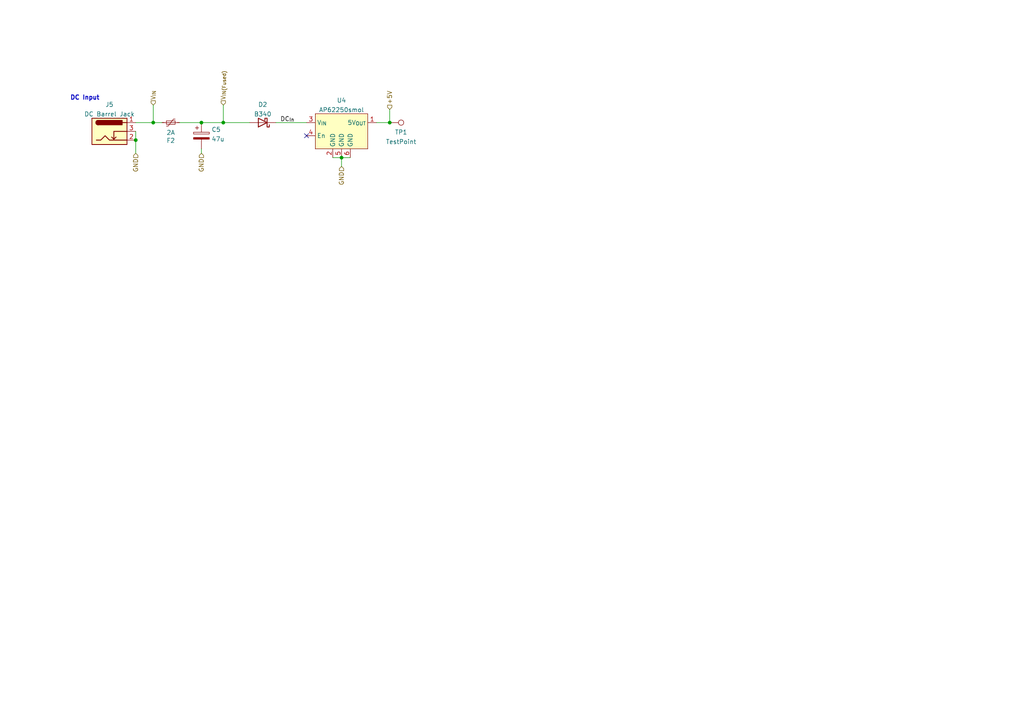
<source format=kicad_sch>
(kicad_sch (version 20211123) (generator eeschema)
  (paper "A4")
  (lib_symbols
    (symbol "Connector:Barrel_Jack_Switch" (pin_names hide)
      (property "Reference" "J" (at 0 5.334 0))
      (property "Value" "Barrel_Jack_Switch" (at 0 -5.08 0))
      (symbol "Barrel_Jack_Switch_0_1"
        (rectangle (start -5.08 3.81) (end 5.08 -3.81) (stroke (width 0.254)) (fill (type background)))
        (arc (start -3.302 3.175) (mid -3.937 2.54) (end -3.302 1.905) (stroke (width 0.254)))
        (arc (start -3.302 3.175) (mid -3.937 2.54) (end -3.302 1.905) (stroke (width 0.254)) (fill (type outline)))
        (polyline (pts (xy 1.27 -2.286) (xy 1.905 -1.651)) (stroke (width 0.254)))
        (polyline (pts (xy 5.08 2.54) (xy 3.81 2.54)) (stroke (width 0.254)))
        (polyline (pts (xy 5.08 0) (xy 1.27 0) (xy 1.27 -2.286) (xy 0.635 -1.651)) (stroke (width 0.254)))
        (polyline (pts (xy -3.81 -2.54) (xy -2.54 -2.54) (xy -1.27 -1.27) (xy 0 -2.54) (xy 2.54 -2.54) (xy 5.08 -2.54)) (stroke (width 0.254)))
        (rectangle (start 3.683 3.175) (end -3.302 1.905) (stroke (width 0.254)) (fill (type outline)))
      )
      (symbol "Barrel_Jack_Switch_1_1"
        (pin passive line (at 7.62 2.54 180) (length 2.54) (name "~") (number "1"))
        (pin passive line (at 7.62 -2.54 180) (length 2.54) (name "~") (number "2"))
        (pin passive line (at 7.62 0 180) (length 2.54) (name "~") (number "3"))
      )
    )
    (symbol "Connector:TestPoint" (pin_numbers hide) (pin_names (offset 0.762) hide)
      (property "Reference" "TP" (at 0 6.858 0))
      (property "Value" "TestPoint" (at 0 5.08 0))
      (symbol "TestPoint_0_1"
        (circle (center 0 3.302) (radius 0.762))
      )
      (symbol "TestPoint_1_1"
        (pin passive line (at 0 0 90) (length 2.54) (name "1") (number "1"))
      )
    )
    (symbol "Device:C_Polarized" (pin_numbers hide) (pin_names (offset 0.254))
      (property "Reference" "C" (at 0.635 2.54 0))
      (property "Value" "C_Polarized" (at 0.635 -2.54 0))
      (symbol "C_Polarized_0_1"
        (rectangle (start -2.286 0.508) (end 2.286 1.016))
        (polyline (pts (xy -1.778 2.286) (xy -0.762 2.286)))
        (polyline (pts (xy -1.27 2.794) (xy -1.27 1.778)))
        (rectangle (start 2.286 -0.508) (end -2.286 -1.016) (fill (type outline)))
      )
      (symbol "C_Polarized_1_1"
        (pin passive line (at 0 3.81 270) (length 2.794) (name "~") (number "1"))
        (pin passive line (at 0 -3.81 90) (length 2.794) (name "~") (number "2"))
      )
    )
    (symbol "Device:Polyfuse_Small" (pin_numbers hide) (pin_names (offset 0))
      (property "Reference" "F" (at -1.905 0 90))
      (property "Value" "Polyfuse_Small" (at 1.905 0 90))
      (symbol "Polyfuse_Small_0_1"
        (rectangle (start -0.508 1.27) (end 0.508 -1.27))
        (polyline (pts (xy 0 2.54) (xy 0 -2.54)))
        (polyline (pts (xy -1.016 1.27) (xy -1.016 0.762) (xy 1.016 -0.762) (xy 1.016 -1.27)))
      )
      (symbol "Polyfuse_Small_1_1"
        (pin passive line (at 0 2.54 270) (length 0.635) (name "~") (number "1"))
        (pin passive line (at 0 -2.54 90) (length 0.635) (name "~") (number "2"))
      )
    )
    (symbol "Diode:B340" (pin_numbers hide) (pin_names (offset 1.016) hide)
      (property "Reference" "D" (at 0 2.54 0))
      (property "Value" "B340" (at 0 -2.54 0))
      (symbol "B340_0_1"
        (polyline (pts (xy 1.27 0) (xy -1.27 0)))
        (polyline (pts (xy 1.27 1.27) (xy 1.27 -1.27) (xy -1.27 0) (xy 1.27 1.27)) (stroke (width 0.254)))
        (polyline (pts (xy -1.905 0.635) (xy -1.905 1.27) (xy -1.27 1.27) (xy -1.27 -1.27) (xy -0.635 -1.27) (xy -0.635 -0.635)) (stroke (width 0.254)))
      )
      (symbol "B340_1_1"
        (pin passive line (at -3.81 0 0) (length 2.54) (name "K") (number "1"))
        (pin passive line (at 3.81 0 180) (length 2.54) (name "A") (number "2"))
      )
    )
    (symbol "MikeLib:AP62250smol_A"
      (property "Reference" "U" (at 0 2.54 0))
      (property "Value" "AP62250smol_A" (at 0 0 0))
      (symbol "AP62250smol_A_0_1"
        (rectangle (start -7.62 -2.54) (end 7.62 -12.7) (stroke (width 0.1524)) (fill (type background)))
      )
      (symbol "AP62250smol_A_1_1"
        (pin power_out line (at 10.16 -5.08 180) (length 2.54) (name "5V_{OUT}") (number "1"))
        (pin power_in line (at -2.54 -15.24 90) (length 2.54) (name "GND") (number "2"))
        (pin power_in line (at -10.16 -5.08 0) (length 2.54) (name "V_{IN}") (number "3"))
        (pin power_in line (at -10.16 -8.89 0) (length 2.54) (name "En") (number "4"))
        (pin power_in line (at 0 -15.24 90) (length 2.54) (name "GND") (number "5"))
        (pin power_in line (at 2.54 -15.24 90) (length 2.54) (name "GND") (number "6"))
      )
    )
  )
  (junction (at 58.42 35.56))
  (junction (at 39.37 40.64))
  (junction (at 99.06 45.72))
  (junction (at 44.45 35.56))
  (junction (at 113.03 35.56))
  (junction (at 64.77 35.56))
  (no_connect (at 88.9 39.37))
  (wire (pts (xy 64.77 35.56) (xy 72.39 35.56)))
  (wire (pts (xy 99.06 45.72) (xy 101.6 45.72)))
  (wire (pts (xy 109.22 35.56) (xy 113.03 35.56)))
  (wire (pts (xy 64.77 30.48) (xy 64.77 35.56)))
  (wire (pts (xy 52.07 35.56) (xy 58.42 35.56)))
  (wire (pts (xy 113.03 35.56) (xy 113.03 31.75)))
  (wire (pts (xy 39.37 35.56) (xy 44.45 35.56)))
  (wire (pts (xy 44.45 35.56) (xy 46.99 35.56)))
  (wire (pts (xy 39.37 40.64) (xy 39.37 44.45)))
  (wire (pts (xy 39.37 38.1) (xy 39.37 40.64)))
  (wire (pts (xy 44.45 30.48) (xy 44.45 35.56)))
  (wire (pts (xy 80.01 35.56) (xy 88.9 35.56)))
  (wire (pts (xy 99.06 45.72) (xy 99.06 48.26)))
  (wire (pts (xy 96.52 45.72) (xy 99.06 45.72)))
  (wire (pts (xy 58.42 35.56) (xy 64.77 35.56)))
  (wire (pts (xy 58.42 44.45) (xy 58.42 43.18)))
  (text "DC Input" (at 20.32 29.21 0) (effects (font (size 1.27 1.27) bold) (justify left bottom)))
  (label "DC_{In}" (at 81.28 35.56 0))
  (hierarchical_label "GND" (shape input) (at 39.37 44.45 270))
  (hierarchical_label "GND" (shape input) (at 99.06 48.26 270))
  (hierarchical_label "+5V" (shape input) (at 113.03 31.75 90))
  (hierarchical_label "V_{IN}" (shape input) (at 44.45 30.48 90))
  (hierarchical_label "GND" (shape input) (at 58.42 44.45 270))
  (hierarchical_label "V_{IN}_{(Fused)}" (shape input) (at 64.77 30.48 90))
  (symbol (lib_id "Device:C_Polarized") (at 58.42 39.37 0) (unit 1)
    (property "Reference" "C5" (at 61.341 37.5725 0) (effects (justify left)))
    (property "Value" "47u" (at 61.341 40.3476 0) (effects (justify left)))
    (property "Footprint" "Capacitor_SMD:CP_Elec_6.3x5.4" (effects hide))
  )
  (symbol (lib_id "Diode:B340") (at 76.2 35.56 180) (unit 1)
    (property "Reference" "D2" (at 76.2 30.3235 0))
    (property "Value" "B340" (at 76.2 33.0986 0))
    (property "Footprint" "Diode_SMD:D_SMC" (effects hide))
    (property "Datasheet" "http://www.jameco.com/Jameco/Products/ProdDS/1538777.pdf" (effects hide))
  )
  (symbol (lib_id "Device:Polyfuse_Small") (at 49.53 35.56 90) (unit 1)
    (property "Reference" "F2" (at 49.53 40.767 90))
    (property "Value" "2A" (at 49.53 38.4556 90))
    (property "Footprint" "Fuse:Fuse_2920_7451Metric" (effects hide))
    (property "Hold" "2A" (effects hide))
  )
  (symbol (lib_id "MikeLib:AP62250smol_A") (at 99.06 30.48 0) (unit 1)
    (property "Reference" "U4" (at 99.06 29.1042 0))
    (property "Value" "AP62250smol" (at 99.06 31.8793 0))
    (property "Footprint" "MikePCBAs:AP62250smol_C" (effects hide))
  )
  (symbol (lib_id "Connector:Barrel_Jack_Switch") (at 31.75 38.1 0) (unit 1)
    (property "Reference" "J5" (at 31.75 30.3235 0))
    (property "Value" "DC Barrel Jack" (at 31.75 33.0986 0))
    (property "Footprint" "Connector_BarrelJack:BarrelJack_GCT_DCJ200-10-A_Horizontal" (effects hide))
  )
  (symbol (lib_id "Connector:TestPoint") (at 113.03 35.56 270) (unit 1)
    (property "Reference" "TP1" (at 116.332 38.3445 90))
    (property "Value" "TestPoint" (at 116.332 41.1196 90))
    (property "Footprint" "TestPoint:TestPoint_Loop_D2.50mm_Drill1.0mm_LowProfile" (effects hide))
  )
)
</source>
